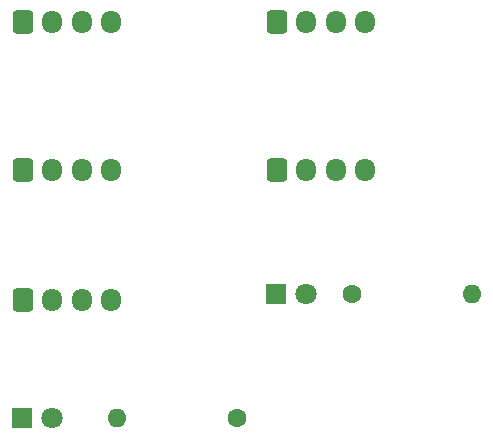
<source format=gbr>
%TF.GenerationSoftware,KiCad,Pcbnew,8.0.3*%
%TF.CreationDate,2024-10-12T11:47:42-03:00*%
%TF.ProjectId,m_dulo_sensor_i2c_2sensores,6df36475-6c6f-45f7-9365-6e736f725f69,rev?*%
%TF.SameCoordinates,Original*%
%TF.FileFunction,Copper,L1,Top*%
%TF.FilePolarity,Positive*%
%FSLAX46Y46*%
G04 Gerber Fmt 4.6, Leading zero omitted, Abs format (unit mm)*
G04 Created by KiCad (PCBNEW 8.0.3) date 2024-10-12 11:47:42*
%MOMM*%
%LPD*%
G01*
G04 APERTURE LIST*
G04 Aperture macros list*
%AMRoundRect*
0 Rectangle with rounded corners*
0 $1 Rounding radius*
0 $2 $3 $4 $5 $6 $7 $8 $9 X,Y pos of 4 corners*
0 Add a 4 corners polygon primitive as box body*
4,1,4,$2,$3,$4,$5,$6,$7,$8,$9,$2,$3,0*
0 Add four circle primitives for the rounded corners*
1,1,$1+$1,$2,$3*
1,1,$1+$1,$4,$5*
1,1,$1+$1,$6,$7*
1,1,$1+$1,$8,$9*
0 Add four rect primitives between the rounded corners*
20,1,$1+$1,$2,$3,$4,$5,0*
20,1,$1+$1,$4,$5,$6,$7,0*
20,1,$1+$1,$6,$7,$8,$9,0*
20,1,$1+$1,$8,$9,$2,$3,0*%
G04 Aperture macros list end*
%TA.AperFunction,ComponentPad*%
%ADD10C,1.600000*%
%TD*%
%TA.AperFunction,ComponentPad*%
%ADD11O,1.600000X1.600000*%
%TD*%
%TA.AperFunction,ComponentPad*%
%ADD12RoundRect,0.250000X-0.600000X-0.725000X0.600000X-0.725000X0.600000X0.725000X-0.600000X0.725000X0*%
%TD*%
%TA.AperFunction,ComponentPad*%
%ADD13O,1.700000X1.950000*%
%TD*%
%TA.AperFunction,ComponentPad*%
%ADD14R,1.800000X1.800000*%
%TD*%
%TA.AperFunction,ComponentPad*%
%ADD15C,1.800000*%
%TD*%
G04 APERTURE END LIST*
D10*
%TO.P,R2,1*%
%TO.N,Net-(D2-A)*%
X104840000Y-79000000D03*
D11*
%TO.P,R2,2*%
%TO.N,+5V*%
X115000000Y-79000000D03*
%TD*%
D10*
%TO.P,R1,1*%
%TO.N,+3.3V*%
X95160000Y-89500000D03*
D11*
%TO.P,R1,2*%
%TO.N,Net-(D1-A)*%
X85000000Y-89500000D03*
%TD*%
D12*
%TO.P,J5,1,Pin_1*%
%TO.N,GND*%
X98500000Y-68500000D03*
D13*
%TO.P,J5,2,Pin_2*%
%TO.N,+5V*%
X101000000Y-68500000D03*
%TO.P,J5,3,Pin_3*%
%TO.N,TX*%
X103500000Y-68500000D03*
%TO.P,J5,4,Pin_4*%
%TO.N,RX*%
X106000000Y-68500000D03*
%TD*%
D12*
%TO.P,J4,1,Pin_1*%
%TO.N,GND*%
X98500000Y-56000000D03*
D13*
%TO.P,J4,2,Pin_2*%
%TO.N,+5V*%
X101000000Y-56000000D03*
%TO.P,J4,3,Pin_3*%
%TO.N,TX*%
X103500000Y-56000000D03*
%TO.P,J4,4,Pin_4*%
%TO.N,RX*%
X106000000Y-56000000D03*
%TD*%
D12*
%TO.P,J3,1,Pin_1*%
%TO.N,GND*%
X77000000Y-79500000D03*
D13*
%TO.P,J3,2,Pin_2*%
%TO.N,+3.3V*%
X79500000Y-79500000D03*
%TO.P,J3,3,Pin_3*%
%TO.N,SDA*%
X82000000Y-79500000D03*
%TO.P,J3,4,Pin_4*%
%TO.N,SCL*%
X84500000Y-79500000D03*
%TD*%
D12*
%TO.P,J2,1,Pin_1*%
%TO.N,GND*%
X77000000Y-68500000D03*
D13*
%TO.P,J2,2,Pin_2*%
%TO.N,+3.3V*%
X79500000Y-68500000D03*
%TO.P,J2,3,Pin_3*%
%TO.N,SDA*%
X82000000Y-68500000D03*
%TO.P,J2,4,Pin_4*%
%TO.N,SCL*%
X84500000Y-68500000D03*
%TD*%
D12*
%TO.P,J1,1,Pin_1*%
%TO.N,GND*%
X77000000Y-56000000D03*
D13*
%TO.P,J1,2,Pin_2*%
%TO.N,+3.3V*%
X79500000Y-56000000D03*
%TO.P,J1,3,Pin_3*%
%TO.N,SDA*%
X82000000Y-56000000D03*
%TO.P,J1,4,Pin_4*%
%TO.N,SCL*%
X84500000Y-56000000D03*
%TD*%
D14*
%TO.P,D2,1,K*%
%TO.N,GND*%
X98460000Y-79000000D03*
D15*
%TO.P,D2,2,A*%
%TO.N,Net-(D2-A)*%
X101000000Y-79000000D03*
%TD*%
D14*
%TO.P,D1,1,K*%
%TO.N,GND*%
X76960000Y-89500000D03*
D15*
%TO.P,D1,2,A*%
%TO.N,Net-(D1-A)*%
X79500000Y-89500000D03*
%TD*%
M02*

</source>
